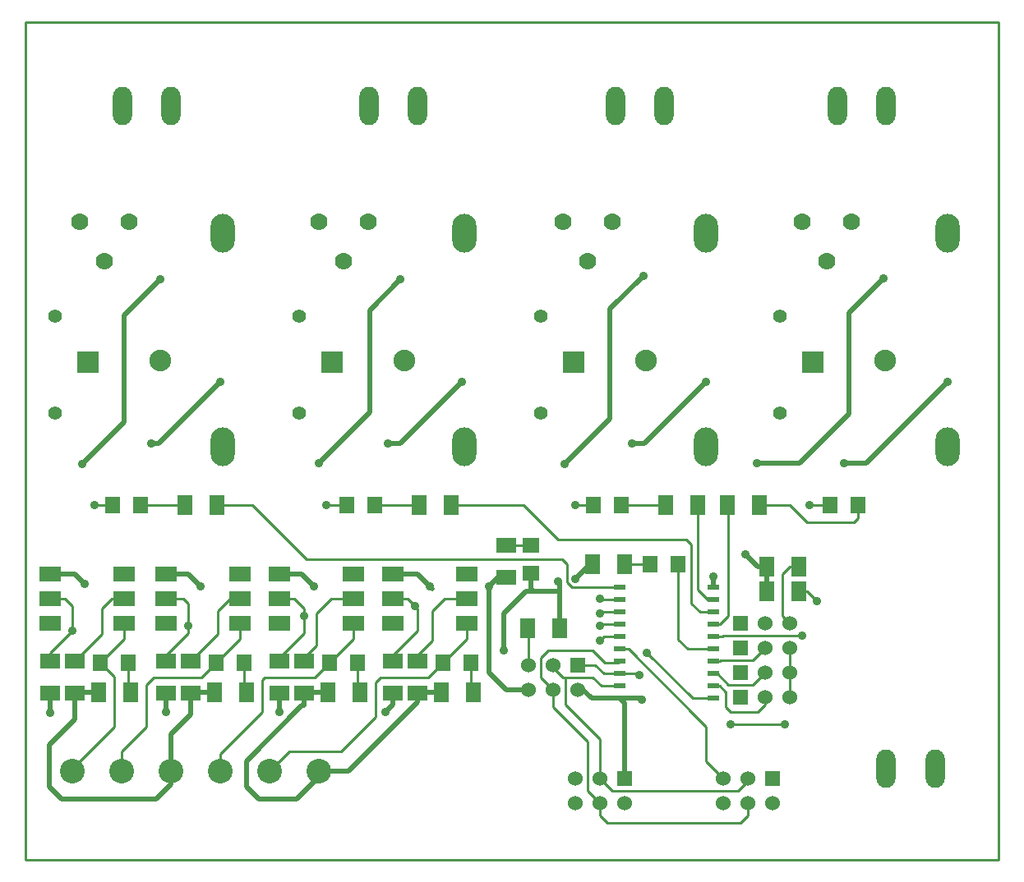
<source format=gtl>
G04 (created by PCBNEW (2011-nov-30)-testing) date jeu. 13 sept. 2012 21:58:41 CEST*
%MOIN*%
G04 Gerber Fmt 3.4, Leading zero omitted, Abs format*
%FSLAX34Y34*%
G01*
G70*
G90*
G04 APERTURE LIST*
%ADD10C,0.006*%
%ADD11C,0.01*%
%ADD12R,0.05X0.02*%
%ADD13R,0.06X0.08*%
%ADD14R,0.08X0.06*%
%ADD15R,0.06X0.06*%
%ADD16C,0.06*%
%ADD17O,0.078X0.156*%
%ADD18R,0.0629X0.0709*%
%ADD19R,0.0709X0.0629*%
%ADD20C,0.055*%
%ADD21R,0.09X0.062*%
%ADD22R,0.0882X0.0882*%
%ADD23C,0.0882*%
%ADD24O,0.0984X0.1575*%
%ADD25C,0.07*%
%ADD26C,0.1*%
%ADD27C,0.035*%
%ADD28C,0.02*%
G04 APERTURE END LIST*
G54D10*
G54D11*
X51100Y-61600D02*
X51100Y-61400D01*
X90550Y-61600D02*
X51100Y-61600D01*
X90550Y-27600D02*
X90550Y-61600D01*
X51100Y-27600D02*
X90550Y-27600D01*
X51100Y-61400D02*
X51100Y-27600D01*
G54D12*
X75200Y-50550D03*
X75200Y-51050D03*
X75200Y-51550D03*
X75200Y-52050D03*
X75200Y-52550D03*
X75200Y-53050D03*
X75200Y-53550D03*
X75200Y-54050D03*
X75200Y-54550D03*
X75200Y-55050D03*
X79000Y-55050D03*
X79000Y-54550D03*
X79000Y-54050D03*
X79000Y-53550D03*
X79000Y-53050D03*
X79000Y-52550D03*
X79000Y-52050D03*
X79000Y-51550D03*
X79000Y-51050D03*
X79000Y-50550D03*
G54D13*
X55350Y-54800D03*
X54050Y-54800D03*
G54D14*
X52100Y-54850D03*
X52100Y-53550D03*
G54D13*
X67050Y-47200D03*
X68350Y-47200D03*
G54D14*
X56800Y-54850D03*
X56800Y-53550D03*
G54D13*
X60050Y-54800D03*
X58750Y-54800D03*
X77050Y-47200D03*
X78350Y-47200D03*
X69250Y-54800D03*
X67950Y-54800D03*
G54D14*
X66000Y-54850D03*
X66000Y-53550D03*
G54D13*
X57550Y-47200D03*
X58850Y-47200D03*
G54D14*
X61400Y-54850D03*
X61400Y-53550D03*
G54D13*
X64650Y-54800D03*
X63350Y-54800D03*
X80850Y-47200D03*
X79550Y-47200D03*
G54D14*
X70600Y-48850D03*
X70600Y-50150D03*
X67000Y-53550D03*
X67000Y-54850D03*
X62400Y-53550D03*
X62400Y-54850D03*
G54D13*
X81150Y-49700D03*
X82450Y-49700D03*
G54D14*
X53100Y-53550D03*
X53100Y-54850D03*
X57800Y-53550D03*
X57800Y-54850D03*
G54D15*
X73500Y-53700D03*
G54D16*
X73500Y-54700D03*
X72500Y-53700D03*
X72500Y-54700D03*
X71500Y-53700D03*
X71500Y-54700D03*
G54D17*
X66990Y-31000D03*
X65020Y-31000D03*
X76990Y-31000D03*
X75020Y-31000D03*
X56990Y-31000D03*
X55020Y-31000D03*
G54D18*
X54641Y-47200D03*
X55759Y-47200D03*
G54D19*
X71600Y-49959D03*
X71600Y-48841D03*
G54D18*
X64141Y-47200D03*
X65259Y-47200D03*
X54141Y-53600D03*
X55259Y-53600D03*
X58841Y-53600D03*
X59959Y-53600D03*
X83741Y-47200D03*
X84859Y-47200D03*
X63441Y-53600D03*
X64559Y-53600D03*
X74141Y-47200D03*
X75259Y-47200D03*
X68041Y-53600D03*
X69159Y-53600D03*
G54D17*
X85990Y-31000D03*
X84020Y-31000D03*
G54D20*
X52300Y-43469D03*
X52300Y-39531D03*
X62200Y-43469D03*
X62200Y-39531D03*
X72000Y-43469D03*
X72000Y-39531D03*
X81700Y-43469D03*
X81700Y-39531D03*
G54D21*
X69000Y-52000D03*
X69000Y-51000D03*
X69000Y-50000D03*
X66000Y-50000D03*
X66000Y-51000D03*
X66000Y-52000D03*
X59800Y-52000D03*
X59800Y-51000D03*
X59800Y-50000D03*
X56800Y-50000D03*
X56800Y-51000D03*
X56800Y-52000D03*
X64400Y-52000D03*
X64400Y-51000D03*
X64400Y-50000D03*
X61400Y-50000D03*
X61400Y-51000D03*
X61400Y-52000D03*
X55100Y-52000D03*
X55100Y-51000D03*
X55100Y-50000D03*
X52100Y-50000D03*
X52100Y-51000D03*
X52100Y-52000D03*
G54D22*
X73324Y-41400D03*
G54D23*
X76276Y-41350D03*
G54D22*
X63524Y-41400D03*
G54D23*
X66476Y-41350D03*
G54D22*
X53624Y-41400D03*
G54D23*
X56576Y-41350D03*
G54D22*
X83024Y-41400D03*
G54D23*
X85976Y-41350D03*
G54D15*
X81400Y-58300D03*
G54D16*
X81400Y-59300D03*
X80400Y-58300D03*
X80400Y-59300D03*
X79400Y-58300D03*
X79400Y-59300D03*
G54D15*
X75400Y-58300D03*
G54D16*
X75400Y-59300D03*
X74400Y-58300D03*
X74400Y-59300D03*
X73400Y-58300D03*
X73400Y-59300D03*
G54D13*
X71450Y-52200D03*
X72750Y-52200D03*
X82450Y-50700D03*
X81150Y-50700D03*
G54D17*
X86010Y-57900D03*
X87980Y-57900D03*
G54D13*
X75400Y-49600D03*
X74100Y-49600D03*
G54D18*
X77559Y-49600D03*
X76441Y-49600D03*
G54D24*
X59100Y-36169D03*
X59100Y-44831D03*
X68900Y-36169D03*
X68900Y-44831D03*
X78700Y-36169D03*
X78700Y-44831D03*
X88500Y-36169D03*
X88500Y-44831D03*
G54D15*
X80100Y-55000D03*
G54D16*
X81100Y-55000D03*
X82100Y-55000D03*
G54D15*
X80100Y-54000D03*
G54D16*
X81100Y-54000D03*
X82100Y-54000D03*
G54D15*
X80100Y-52000D03*
G54D16*
X81100Y-52000D03*
X82100Y-52000D03*
G54D15*
X80100Y-53000D03*
G54D16*
X81100Y-53000D03*
X82100Y-53000D03*
G54D25*
X55300Y-35700D03*
X54300Y-37300D03*
X53300Y-35700D03*
X65000Y-35700D03*
X64000Y-37300D03*
X63000Y-35700D03*
X74900Y-35700D03*
X73900Y-37300D03*
X72900Y-35700D03*
X84600Y-35700D03*
X83600Y-37300D03*
X82600Y-35700D03*
G54D26*
X53000Y-58000D03*
X55000Y-58000D03*
X57000Y-58000D03*
X59000Y-58000D03*
X61000Y-58000D03*
X63000Y-58000D03*
G54D27*
X76100Y-55100D03*
X80300Y-49200D03*
X70500Y-53100D03*
X61400Y-55600D03*
X56800Y-55600D03*
X65700Y-55600D03*
X52100Y-55650D03*
X72700Y-50300D03*
X59000Y-42200D03*
X56200Y-44700D03*
X53400Y-45550D03*
X56550Y-38050D03*
X68800Y-42200D03*
X65800Y-44700D03*
X63000Y-45500D03*
X66300Y-38050D03*
X78700Y-42200D03*
X75700Y-44700D03*
X72950Y-45550D03*
X76150Y-37900D03*
X88500Y-42200D03*
X84300Y-45500D03*
X80750Y-45500D03*
X85900Y-38000D03*
X53000Y-52300D03*
X74400Y-52700D03*
X57700Y-52100D03*
X74400Y-52100D03*
X62400Y-51700D03*
X74400Y-51600D03*
X66900Y-51300D03*
X74400Y-51000D03*
X76000Y-54100D03*
X79700Y-56100D03*
X81900Y-56100D03*
X76300Y-53200D03*
X82600Y-52500D03*
X83200Y-51100D03*
X79000Y-50100D03*
X73400Y-50200D03*
X69900Y-50500D03*
X67500Y-50500D03*
X62800Y-50500D03*
X58200Y-50500D03*
X53500Y-50400D03*
X73400Y-47200D03*
X53900Y-47200D03*
X63300Y-47200D03*
X82900Y-47200D03*
G54D28*
X76100Y-55100D02*
X76050Y-55050D01*
X75200Y-55050D02*
X76050Y-55050D01*
X81150Y-49700D02*
X80800Y-49700D01*
X80800Y-49700D02*
X80300Y-49200D01*
X81150Y-50700D02*
X81150Y-49700D01*
X75400Y-55450D02*
X75400Y-55250D01*
X75400Y-58300D02*
X75400Y-57500D01*
X75400Y-57500D02*
X75400Y-55450D01*
X75400Y-55250D02*
X75200Y-55050D01*
X71400Y-50700D02*
X71700Y-50700D01*
X70500Y-51600D02*
X71400Y-50700D01*
X70500Y-53100D02*
X70500Y-51600D01*
X61400Y-54850D02*
X61400Y-55600D01*
X56800Y-54850D02*
X56800Y-55600D01*
X52100Y-54850D02*
X52100Y-55650D01*
X66000Y-55300D02*
X66000Y-54850D01*
X65700Y-55600D02*
X66000Y-55300D01*
X71600Y-49959D02*
X71600Y-50600D01*
X71600Y-50600D02*
X71700Y-50700D01*
X71700Y-50700D02*
X72750Y-50700D01*
X72750Y-52200D02*
X72750Y-50700D01*
X72750Y-50700D02*
X72750Y-50350D01*
X72750Y-50350D02*
X72700Y-50300D01*
X73500Y-54700D02*
X73700Y-54700D01*
X74050Y-55050D02*
X74200Y-55050D01*
X74200Y-55050D02*
X74300Y-55050D01*
X74300Y-55050D02*
X75200Y-55050D01*
X73700Y-54700D02*
X74050Y-55050D01*
G54D11*
X78700Y-56200D02*
X78400Y-55900D01*
X75550Y-53050D02*
X78400Y-55900D01*
X75550Y-53050D02*
X75200Y-53050D01*
X78700Y-56200D02*
X78700Y-56300D01*
X78700Y-57600D02*
X79400Y-58300D01*
X78700Y-56200D02*
X78700Y-56300D01*
X78700Y-56300D02*
X78700Y-57600D01*
X79000Y-54550D02*
X79250Y-54550D01*
X81100Y-55300D02*
X81100Y-55000D01*
X80800Y-55600D02*
X81100Y-55300D01*
X79700Y-55600D02*
X80800Y-55600D01*
X79500Y-55400D02*
X79700Y-55600D01*
X79500Y-54800D02*
X79500Y-55400D01*
X79250Y-54550D02*
X79500Y-54800D01*
X79000Y-54050D02*
X79150Y-54050D01*
X80600Y-54500D02*
X81100Y-54000D01*
X79600Y-54500D02*
X80600Y-54500D01*
X79150Y-54050D02*
X79600Y-54500D01*
X79000Y-53550D02*
X79250Y-53550D01*
X80600Y-53500D02*
X81100Y-53000D01*
X79300Y-53500D02*
X80600Y-53500D01*
X79250Y-53550D02*
X79300Y-53500D01*
X72300Y-49400D02*
X72850Y-49400D01*
X60300Y-47200D02*
X62500Y-49400D01*
X58850Y-47200D02*
X60300Y-47200D01*
X62500Y-49400D02*
X72300Y-49400D01*
X73250Y-50550D02*
X75200Y-50550D01*
X73050Y-50350D02*
X73250Y-50550D01*
X73050Y-49600D02*
X73050Y-50350D01*
X72850Y-49400D02*
X73050Y-49600D01*
X79000Y-51550D02*
X78450Y-51550D01*
X71300Y-47200D02*
X68350Y-47200D01*
X72700Y-48600D02*
X71300Y-47200D01*
X77900Y-48600D02*
X72700Y-48600D01*
X78100Y-48800D02*
X77900Y-48600D01*
X78100Y-51200D02*
X78100Y-48800D01*
X78450Y-51550D02*
X78100Y-51200D01*
X79000Y-51050D02*
X78750Y-51050D01*
X78350Y-50650D02*
X78350Y-47200D01*
X78750Y-51050D02*
X78350Y-50650D01*
X79000Y-52050D02*
X79250Y-52050D01*
X79600Y-47250D02*
X79550Y-47200D01*
X79600Y-51700D02*
X79600Y-47250D01*
X79250Y-52050D02*
X79600Y-51700D01*
G54D28*
X59000Y-42200D02*
X56500Y-44700D01*
X56500Y-44700D02*
X56200Y-44700D01*
X55100Y-43850D02*
X53400Y-45550D01*
X55100Y-39500D02*
X55100Y-43850D01*
X56550Y-38050D02*
X55100Y-39500D01*
X68800Y-42200D02*
X66300Y-44700D01*
X66300Y-44700D02*
X65800Y-44700D01*
X65050Y-43450D02*
X63000Y-45500D01*
X65050Y-39300D02*
X65050Y-43450D01*
X66300Y-38050D02*
X65050Y-39300D01*
X78700Y-42200D02*
X76200Y-44700D01*
X76200Y-44700D02*
X75700Y-44700D01*
X74800Y-43700D02*
X72950Y-45550D01*
X74800Y-39250D02*
X74800Y-43700D01*
X76150Y-37900D02*
X74800Y-39250D01*
X88500Y-42200D02*
X85200Y-45500D01*
X85200Y-45500D02*
X84300Y-45500D01*
X82500Y-45500D02*
X80750Y-45500D01*
X84500Y-43500D02*
X82500Y-45500D01*
X84500Y-39400D02*
X84500Y-43500D01*
X85900Y-38000D02*
X84500Y-39400D01*
G54D11*
X75200Y-52550D02*
X74550Y-52550D01*
X74550Y-52550D02*
X74400Y-52700D01*
X52100Y-53550D02*
X52100Y-53200D01*
X52700Y-51000D02*
X52100Y-51000D01*
X53000Y-51300D02*
X52700Y-51000D01*
X53000Y-52300D02*
X53000Y-52100D01*
X53000Y-52100D02*
X53000Y-52000D01*
X53000Y-52000D02*
X53000Y-51300D01*
X52100Y-53200D02*
X53000Y-52300D01*
X74450Y-52050D02*
X75200Y-52050D01*
X74400Y-52100D02*
X74450Y-52050D01*
X56800Y-51000D02*
X57500Y-51000D01*
X56800Y-53300D02*
X56800Y-53550D01*
X57700Y-52400D02*
X56800Y-53300D01*
X57700Y-51200D02*
X57700Y-51500D01*
X57700Y-51500D02*
X57700Y-52100D01*
X57700Y-52100D02*
X57700Y-52400D01*
X57500Y-51000D02*
X57700Y-51200D01*
X75200Y-51550D02*
X74450Y-51550D01*
X74450Y-51550D02*
X74400Y-51600D01*
X61400Y-53550D02*
X61400Y-53400D01*
X62000Y-51000D02*
X61400Y-51000D01*
X62400Y-51400D02*
X62000Y-51000D01*
X62400Y-52400D02*
X62400Y-51700D01*
X62400Y-51700D02*
X62400Y-51400D01*
X61400Y-53400D02*
X62400Y-52400D01*
X75200Y-51050D02*
X74450Y-51050D01*
X74450Y-51050D02*
X74400Y-51000D01*
X66500Y-51000D02*
X66000Y-51000D01*
X66000Y-51000D02*
X66600Y-51000D01*
X66000Y-53550D02*
X66000Y-53300D01*
X67000Y-51400D02*
X66900Y-51300D01*
X66900Y-51300D02*
X66600Y-51000D01*
X67000Y-52300D02*
X67000Y-51400D01*
X66000Y-53300D02*
X67000Y-52300D01*
X53000Y-58000D02*
X53000Y-57900D01*
X54700Y-54159D02*
X54141Y-53600D01*
X54700Y-56200D02*
X54700Y-54159D01*
X53000Y-57900D02*
X54700Y-56200D01*
X55100Y-52000D02*
X55100Y-52641D01*
X55100Y-52641D02*
X54141Y-53600D01*
X59800Y-52000D02*
X59800Y-52641D01*
X59800Y-52641D02*
X58841Y-53600D01*
X55000Y-58000D02*
X55000Y-57200D01*
X58241Y-54200D02*
X58841Y-53600D01*
X56300Y-54200D02*
X58241Y-54200D01*
X56000Y-54500D02*
X56300Y-54200D01*
X56000Y-56200D02*
X56000Y-54500D01*
X55000Y-57200D02*
X56000Y-56200D01*
X60700Y-54300D02*
X60700Y-55600D01*
X60700Y-54300D02*
X60800Y-54200D01*
X60800Y-54200D02*
X62841Y-54200D01*
X63441Y-53600D02*
X62841Y-54200D01*
X59000Y-57300D02*
X59000Y-58000D01*
X60700Y-55600D02*
X59000Y-57300D01*
X64400Y-52000D02*
X64400Y-52641D01*
X64400Y-52641D02*
X63441Y-53600D01*
X65300Y-55400D02*
X65300Y-55800D01*
X65300Y-55400D02*
X65300Y-54400D01*
X65300Y-54400D02*
X65500Y-54200D01*
X65500Y-54200D02*
X67441Y-54200D01*
X68041Y-53600D02*
X67441Y-54200D01*
X61800Y-57200D02*
X61000Y-58000D01*
X63900Y-57200D02*
X61800Y-57200D01*
X65300Y-55800D02*
X63900Y-57200D01*
X69000Y-52000D02*
X69000Y-52641D01*
X69000Y-52641D02*
X68041Y-53600D01*
X77559Y-49600D02*
X77559Y-52659D01*
X77950Y-53050D02*
X79000Y-53050D01*
X77559Y-52659D02*
X77950Y-53050D01*
X75950Y-54050D02*
X75200Y-54050D01*
X76000Y-54100D02*
X75950Y-54050D01*
X81900Y-56100D02*
X79700Y-56100D01*
X73500Y-53700D02*
X74200Y-53700D01*
X74550Y-54050D02*
X75200Y-54050D01*
X74200Y-53700D02*
X74550Y-54050D01*
X73100Y-56000D02*
X72500Y-55400D01*
X73900Y-56800D02*
X73100Y-56000D01*
X74400Y-59300D02*
X73900Y-58800D01*
X72500Y-55400D02*
X72500Y-54700D01*
X73900Y-58800D02*
X73900Y-56800D01*
X74400Y-59300D02*
X74400Y-59800D01*
X74400Y-59800D02*
X74700Y-60100D01*
X74700Y-60100D02*
X80100Y-60100D01*
X80100Y-60100D02*
X80400Y-59800D01*
X80400Y-59800D02*
X80400Y-59300D01*
X72500Y-54700D02*
X72000Y-54200D01*
X72000Y-54200D02*
X72000Y-53400D01*
X72000Y-53400D02*
X72300Y-53100D01*
X72300Y-53100D02*
X74100Y-53100D01*
X74100Y-53100D02*
X74600Y-53600D01*
X74600Y-53600D02*
X75150Y-53600D01*
X75150Y-53600D02*
X75200Y-53550D01*
X71500Y-53700D02*
X71500Y-52250D01*
X71500Y-52250D02*
X71450Y-52200D01*
X76300Y-53200D02*
X78150Y-55050D01*
X78150Y-55050D02*
X79000Y-55050D01*
X71450Y-53650D02*
X71500Y-53700D01*
X78100Y-55000D02*
X78150Y-55050D01*
X73600Y-55900D02*
X73000Y-55300D01*
X74400Y-56700D02*
X73600Y-55900D01*
X73000Y-54200D02*
X73000Y-55300D01*
X74400Y-56700D02*
X74400Y-58300D01*
X74400Y-58300D02*
X74900Y-58800D01*
X74900Y-58800D02*
X80000Y-58800D01*
X80000Y-58800D02*
X80400Y-58400D01*
X80400Y-58400D02*
X80400Y-58300D01*
X72500Y-53700D02*
X72500Y-53800D01*
X72900Y-54200D02*
X73000Y-54200D01*
X72500Y-53800D02*
X72900Y-54200D01*
X74450Y-54550D02*
X75200Y-54550D01*
X74100Y-54200D02*
X74450Y-54550D01*
X73000Y-54200D02*
X74100Y-54200D01*
X79400Y-52500D02*
X82600Y-52500D01*
X79350Y-52550D02*
X79400Y-52500D01*
X79350Y-52550D02*
X79000Y-52550D01*
X82800Y-50700D02*
X82450Y-50700D01*
X83200Y-51100D02*
X82800Y-50700D01*
G54D28*
X79000Y-50550D02*
X79000Y-50100D01*
X74000Y-49600D02*
X74100Y-49600D01*
X73400Y-50200D02*
X74000Y-49600D01*
X70600Y-50150D02*
X70250Y-50150D01*
X70250Y-50150D02*
X69900Y-50500D01*
X70600Y-54700D02*
X71500Y-54700D01*
X69900Y-52400D02*
X69900Y-54000D01*
X69900Y-54000D02*
X70600Y-54700D01*
X69900Y-50500D02*
X69900Y-52400D01*
X67600Y-50600D02*
X67500Y-50500D01*
X66000Y-50000D02*
X67000Y-50000D01*
X67000Y-50000D02*
X67500Y-50500D01*
X61400Y-50000D02*
X62300Y-50000D01*
X62300Y-50000D02*
X62800Y-50500D01*
X56800Y-50000D02*
X57700Y-50000D01*
X57700Y-50000D02*
X58200Y-50500D01*
X52100Y-50000D02*
X53100Y-50000D01*
X53100Y-50000D02*
X53500Y-50400D01*
X62400Y-55350D02*
X62300Y-55350D01*
X62400Y-54850D02*
X62400Y-55350D01*
X63000Y-58250D02*
X63000Y-58000D01*
X62500Y-58750D02*
X63000Y-58250D01*
X62100Y-59150D02*
X62500Y-58750D01*
X60550Y-59150D02*
X62100Y-59150D01*
X60050Y-58650D02*
X60550Y-59150D01*
X60050Y-57600D02*
X60050Y-58650D01*
X62300Y-55350D02*
X60050Y-57600D01*
X57000Y-58000D02*
X57000Y-58550D01*
X53100Y-55900D02*
X53100Y-54850D01*
X52250Y-56750D02*
X53100Y-55900D01*
X52050Y-56950D02*
X52250Y-56750D01*
X52050Y-58650D02*
X52050Y-56950D01*
X52550Y-59150D02*
X52050Y-58650D01*
X56400Y-59150D02*
X52550Y-59150D01*
X57000Y-58550D02*
X56400Y-59150D01*
X57000Y-58000D02*
X57000Y-56500D01*
X57000Y-56500D02*
X57800Y-55700D01*
X57800Y-55700D02*
X57800Y-54850D01*
X63350Y-54800D02*
X62450Y-54800D01*
X62450Y-54800D02*
X62400Y-54850D01*
X58750Y-54800D02*
X57850Y-54800D01*
X57850Y-54800D02*
X57800Y-54850D01*
X54050Y-54800D02*
X53150Y-54800D01*
X53150Y-54800D02*
X53100Y-54850D01*
X67000Y-54850D02*
X67000Y-55200D01*
X64200Y-58000D02*
X63000Y-58000D01*
X67000Y-55200D02*
X64200Y-58000D01*
X67950Y-54800D02*
X67050Y-54800D01*
X67050Y-54800D02*
X67000Y-54850D01*
G54D11*
X58700Y-54850D02*
X58750Y-54800D01*
X53150Y-54800D02*
X53100Y-54850D01*
X67900Y-54850D02*
X67950Y-54800D01*
X63300Y-54850D02*
X63350Y-54800D01*
X62400Y-53550D02*
X62400Y-53400D01*
X63500Y-51000D02*
X64400Y-51000D01*
X62900Y-51600D02*
X63500Y-51000D01*
X62900Y-52900D02*
X62900Y-51600D01*
X62400Y-53400D02*
X62900Y-52900D01*
X59800Y-51000D02*
X59400Y-51000D01*
X58900Y-52450D02*
X57800Y-53550D01*
X58900Y-51500D02*
X58900Y-52450D01*
X59400Y-51000D02*
X58900Y-51500D01*
X75400Y-49600D02*
X76441Y-49600D01*
X55100Y-51000D02*
X54600Y-51000D01*
X54200Y-52450D02*
X53100Y-53550D01*
X54200Y-51400D02*
X54200Y-52450D01*
X54600Y-51000D02*
X54200Y-51400D01*
X82100Y-53000D02*
X82100Y-54000D01*
X82100Y-55000D02*
X82100Y-54000D01*
X82450Y-49700D02*
X82100Y-49700D01*
X81800Y-51700D02*
X82100Y-52000D01*
X81800Y-50000D02*
X81800Y-51700D01*
X82100Y-49700D02*
X81800Y-50000D01*
X67000Y-53550D02*
X67000Y-53300D01*
X68100Y-51000D02*
X69000Y-51000D01*
X67600Y-51500D02*
X68100Y-51000D01*
X67600Y-52700D02*
X67600Y-51500D01*
X67000Y-53300D02*
X67600Y-52700D01*
X73400Y-47200D02*
X74141Y-47200D01*
X53900Y-47200D02*
X54641Y-47200D01*
X63300Y-47200D02*
X64141Y-47200D01*
X82900Y-47200D02*
X83741Y-47200D01*
X64559Y-53600D02*
X64559Y-54709D01*
X64559Y-54709D02*
X64650Y-54800D01*
X69159Y-53600D02*
X69159Y-54709D01*
X69159Y-54709D02*
X69250Y-54800D01*
X59959Y-53600D02*
X59959Y-54709D01*
X59959Y-54709D02*
X60050Y-54800D01*
X55259Y-53600D02*
X55259Y-54709D01*
X55259Y-54709D02*
X55350Y-54800D01*
X70600Y-48850D02*
X71591Y-48850D01*
X71591Y-48850D02*
X71600Y-48841D01*
X75259Y-47200D02*
X77050Y-47200D01*
X80850Y-47200D02*
X82100Y-47200D01*
X84859Y-47741D02*
X84859Y-47200D01*
X84700Y-47900D02*
X84859Y-47741D01*
X82800Y-47900D02*
X84700Y-47900D01*
X82100Y-47200D02*
X82800Y-47900D01*
X55759Y-47200D02*
X57550Y-47200D01*
X65259Y-47200D02*
X67050Y-47200D01*
M02*

</source>
